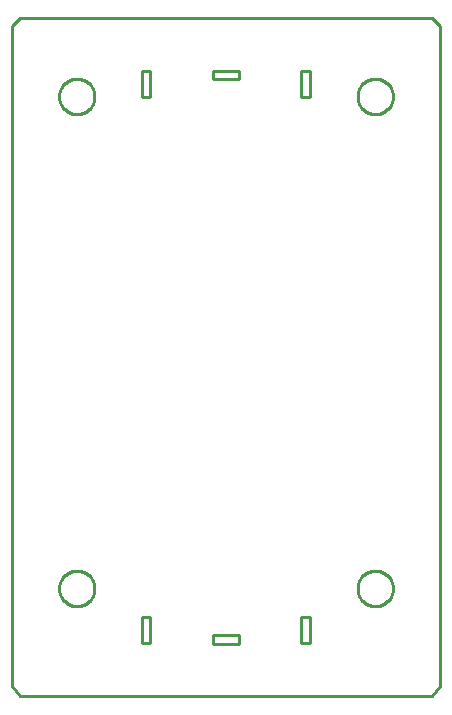
<source format=gbr>
G04 EAGLE Gerber RS-274X export*
G75*
%MOMM*%
%FSLAX34Y34*%
%LPD*%
%IN*%
%IPPOS*%
%AMOC8*
5,1,8,0,0,1.08239X$1,22.5*%
G01*
%ADD10C,0.254000*%


D10*
X0Y8890D02*
X6350Y0D01*
X355600Y0D01*
X361950Y8890D01*
X361950Y567690D01*
X355600Y574040D01*
X6350Y574040D01*
X0Y567690D01*
X0Y8890D01*
X244848Y507238D02*
X251848Y507238D01*
X251848Y529238D01*
X244848Y529238D01*
X244848Y507238D01*
X109848Y507238D02*
X116848Y507238D01*
X116848Y529238D01*
X109848Y529238D01*
X109848Y507238D01*
X169848Y522738D02*
X191848Y522738D01*
X191848Y529738D01*
X169848Y529738D01*
X169848Y522738D01*
X169848Y44810D02*
X191848Y44810D01*
X191848Y51810D01*
X169848Y51810D01*
X169848Y44810D01*
X109848Y45310D02*
X116848Y45310D01*
X116848Y67310D01*
X109848Y67310D01*
X109848Y45310D01*
X244848Y45310D02*
X251848Y45310D01*
X251848Y67310D01*
X244848Y67310D01*
X244848Y45310D01*
X69610Y507464D02*
X69534Y506396D01*
X69381Y505335D01*
X69153Y504288D01*
X68851Y503260D01*
X68477Y502256D01*
X68032Y501281D01*
X67518Y500341D01*
X66939Y499440D01*
X66297Y498582D01*
X65595Y497772D01*
X64838Y497015D01*
X64028Y496313D01*
X63170Y495671D01*
X62269Y495092D01*
X61329Y494578D01*
X60354Y494133D01*
X59350Y493759D01*
X58322Y493457D01*
X57275Y493229D01*
X56214Y493076D01*
X55146Y493000D01*
X54074Y493000D01*
X53006Y493076D01*
X51945Y493229D01*
X50898Y493457D01*
X49870Y493759D01*
X48866Y494133D01*
X47891Y494578D01*
X46951Y495092D01*
X46050Y495671D01*
X45192Y496313D01*
X44382Y497015D01*
X43625Y497772D01*
X42923Y498582D01*
X42281Y499440D01*
X41702Y500341D01*
X41188Y501281D01*
X40743Y502256D01*
X40369Y503260D01*
X40067Y504288D01*
X39839Y505335D01*
X39686Y506396D01*
X39610Y507464D01*
X39610Y508536D01*
X39686Y509604D01*
X39839Y510665D01*
X40067Y511712D01*
X40369Y512740D01*
X40743Y513744D01*
X41188Y514719D01*
X41702Y515659D01*
X42281Y516560D01*
X42923Y517418D01*
X43625Y518228D01*
X44382Y518985D01*
X45192Y519687D01*
X46050Y520329D01*
X46951Y520908D01*
X47891Y521422D01*
X48866Y521867D01*
X49870Y522241D01*
X50898Y522543D01*
X51945Y522771D01*
X53006Y522924D01*
X54074Y523000D01*
X55146Y523000D01*
X56214Y522924D01*
X57275Y522771D01*
X58322Y522543D01*
X59350Y522241D01*
X60354Y521867D01*
X61329Y521422D01*
X62269Y520908D01*
X63170Y520329D01*
X64028Y519687D01*
X64838Y518985D01*
X65595Y518228D01*
X66297Y517418D01*
X66939Y516560D01*
X67518Y515659D01*
X68032Y514719D01*
X68477Y513744D01*
X68851Y512740D01*
X69153Y511712D01*
X69381Y510665D01*
X69534Y509604D01*
X69610Y508536D01*
X69610Y507464D01*
X322340Y507464D02*
X322264Y506396D01*
X322111Y505335D01*
X321883Y504288D01*
X321581Y503260D01*
X321207Y502256D01*
X320762Y501281D01*
X320248Y500341D01*
X319669Y499440D01*
X319027Y498582D01*
X318325Y497772D01*
X317568Y497015D01*
X316758Y496313D01*
X315900Y495671D01*
X314999Y495092D01*
X314059Y494578D01*
X313084Y494133D01*
X312080Y493759D01*
X311052Y493457D01*
X310005Y493229D01*
X308944Y493076D01*
X307876Y493000D01*
X306804Y493000D01*
X305736Y493076D01*
X304675Y493229D01*
X303628Y493457D01*
X302600Y493759D01*
X301596Y494133D01*
X300621Y494578D01*
X299681Y495092D01*
X298780Y495671D01*
X297922Y496313D01*
X297112Y497015D01*
X296355Y497772D01*
X295653Y498582D01*
X295011Y499440D01*
X294432Y500341D01*
X293918Y501281D01*
X293473Y502256D01*
X293099Y503260D01*
X292797Y504288D01*
X292569Y505335D01*
X292416Y506396D01*
X292340Y507464D01*
X292340Y508536D01*
X292416Y509604D01*
X292569Y510665D01*
X292797Y511712D01*
X293099Y512740D01*
X293473Y513744D01*
X293918Y514719D01*
X294432Y515659D01*
X295011Y516560D01*
X295653Y517418D01*
X296355Y518228D01*
X297112Y518985D01*
X297922Y519687D01*
X298780Y520329D01*
X299681Y520908D01*
X300621Y521422D01*
X301596Y521867D01*
X302600Y522241D01*
X303628Y522543D01*
X304675Y522771D01*
X305736Y522924D01*
X306804Y523000D01*
X307876Y523000D01*
X308944Y522924D01*
X310005Y522771D01*
X311052Y522543D01*
X312080Y522241D01*
X313084Y521867D01*
X314059Y521422D01*
X314999Y520908D01*
X315900Y520329D01*
X316758Y519687D01*
X317568Y518985D01*
X318325Y518228D01*
X319027Y517418D01*
X319669Y516560D01*
X320248Y515659D01*
X320762Y514719D01*
X321207Y513744D01*
X321581Y512740D01*
X321883Y511712D01*
X322111Y510665D01*
X322264Y509604D01*
X322340Y508536D01*
X322340Y507464D01*
X69610Y90904D02*
X69534Y89836D01*
X69381Y88775D01*
X69153Y87728D01*
X68851Y86700D01*
X68477Y85696D01*
X68032Y84721D01*
X67518Y83781D01*
X66939Y82880D01*
X66297Y82022D01*
X65595Y81212D01*
X64838Y80455D01*
X64028Y79753D01*
X63170Y79111D01*
X62269Y78532D01*
X61329Y78018D01*
X60354Y77573D01*
X59350Y77199D01*
X58322Y76897D01*
X57275Y76669D01*
X56214Y76516D01*
X55146Y76440D01*
X54074Y76440D01*
X53006Y76516D01*
X51945Y76669D01*
X50898Y76897D01*
X49870Y77199D01*
X48866Y77573D01*
X47891Y78018D01*
X46951Y78532D01*
X46050Y79111D01*
X45192Y79753D01*
X44382Y80455D01*
X43625Y81212D01*
X42923Y82022D01*
X42281Y82880D01*
X41702Y83781D01*
X41188Y84721D01*
X40743Y85696D01*
X40369Y86700D01*
X40067Y87728D01*
X39839Y88775D01*
X39686Y89836D01*
X39610Y90904D01*
X39610Y91976D01*
X39686Y93044D01*
X39839Y94105D01*
X40067Y95152D01*
X40369Y96180D01*
X40743Y97184D01*
X41188Y98159D01*
X41702Y99099D01*
X42281Y100000D01*
X42923Y100858D01*
X43625Y101668D01*
X44382Y102425D01*
X45192Y103127D01*
X46050Y103769D01*
X46951Y104348D01*
X47891Y104862D01*
X48866Y105307D01*
X49870Y105681D01*
X50898Y105983D01*
X51945Y106211D01*
X53006Y106364D01*
X54074Y106440D01*
X55146Y106440D01*
X56214Y106364D01*
X57275Y106211D01*
X58322Y105983D01*
X59350Y105681D01*
X60354Y105307D01*
X61329Y104862D01*
X62269Y104348D01*
X63170Y103769D01*
X64028Y103127D01*
X64838Y102425D01*
X65595Y101668D01*
X66297Y100858D01*
X66939Y100000D01*
X67518Y99099D01*
X68032Y98159D01*
X68477Y97184D01*
X68851Y96180D01*
X69153Y95152D01*
X69381Y94105D01*
X69534Y93044D01*
X69610Y91976D01*
X69610Y90904D01*
X322340Y90904D02*
X322264Y89836D01*
X322111Y88775D01*
X321883Y87728D01*
X321581Y86700D01*
X321207Y85696D01*
X320762Y84721D01*
X320248Y83781D01*
X319669Y82880D01*
X319027Y82022D01*
X318325Y81212D01*
X317568Y80455D01*
X316758Y79753D01*
X315900Y79111D01*
X314999Y78532D01*
X314059Y78018D01*
X313084Y77573D01*
X312080Y77199D01*
X311052Y76897D01*
X310005Y76669D01*
X308944Y76516D01*
X307876Y76440D01*
X306804Y76440D01*
X305736Y76516D01*
X304675Y76669D01*
X303628Y76897D01*
X302600Y77199D01*
X301596Y77573D01*
X300621Y78018D01*
X299681Y78532D01*
X298780Y79111D01*
X297922Y79753D01*
X297112Y80455D01*
X296355Y81212D01*
X295653Y82022D01*
X295011Y82880D01*
X294432Y83781D01*
X293918Y84721D01*
X293473Y85696D01*
X293099Y86700D01*
X292797Y87728D01*
X292569Y88775D01*
X292416Y89836D01*
X292340Y90904D01*
X292340Y91976D01*
X292416Y93044D01*
X292569Y94105D01*
X292797Y95152D01*
X293099Y96180D01*
X293473Y97184D01*
X293918Y98159D01*
X294432Y99099D01*
X295011Y100000D01*
X295653Y100858D01*
X296355Y101668D01*
X297112Y102425D01*
X297922Y103127D01*
X298780Y103769D01*
X299681Y104348D01*
X300621Y104862D01*
X301596Y105307D01*
X302600Y105681D01*
X303628Y105983D01*
X304675Y106211D01*
X305736Y106364D01*
X306804Y106440D01*
X307876Y106440D01*
X308944Y106364D01*
X310005Y106211D01*
X311052Y105983D01*
X312080Y105681D01*
X313084Y105307D01*
X314059Y104862D01*
X314999Y104348D01*
X315900Y103769D01*
X316758Y103127D01*
X317568Y102425D01*
X318325Y101668D01*
X319027Y100858D01*
X319669Y100000D01*
X320248Y99099D01*
X320762Y98159D01*
X321207Y97184D01*
X321581Y96180D01*
X321883Y95152D01*
X322111Y94105D01*
X322264Y93044D01*
X322340Y91976D01*
X322340Y90904D01*
M02*

</source>
